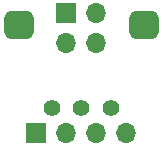
<source format=gbr>
%TF.GenerationSoftware,KiCad,Pcbnew,(6.0.2-0)*%
%TF.CreationDate,2022-02-21T15:14:00+09:00*%
%TF.ProjectId,PodForBreadboard,506f6446-6f72-4427-9265-6164626f6172,rev?*%
%TF.SameCoordinates,Original*%
%TF.FileFunction,Soldermask,Top*%
%TF.FilePolarity,Negative*%
%FSLAX46Y46*%
G04 Gerber Fmt 4.6, Leading zero omitted, Abs format (unit mm)*
G04 Created by KiCad (PCBNEW (6.0.2-0)) date 2022-02-21 15:14:00*
%MOMM*%
%LPD*%
G01*
G04 APERTURE LIST*
G04 Aperture macros list*
%AMRoundRect*
0 Rectangle with rounded corners*
0 $1 Rounding radius*
0 $2 $3 $4 $5 $6 $7 $8 $9 X,Y pos of 4 corners*
0 Add a 4 corners polygon primitive as box body*
4,1,4,$2,$3,$4,$5,$6,$7,$8,$9,$2,$3,0*
0 Add four circle primitives for the rounded corners*
1,1,$1+$1,$2,$3*
1,1,$1+$1,$4,$5*
1,1,$1+$1,$6,$7*
1,1,$1+$1,$8,$9*
0 Add four rect primitives between the rounded corners*
20,1,$1+$1,$2,$3,$4,$5,0*
20,1,$1+$1,$4,$5,$6,$7,0*
20,1,$1+$1,$6,$7,$8,$9,0*
20,1,$1+$1,$8,$9,$2,$3,0*%
G04 Aperture macros list end*
%ADD10RoundRect,0.600000X0.650000X-0.600000X0.650000X0.600000X-0.650000X0.600000X-0.650000X-0.600000X0*%
%ADD11C,1.400000*%
%ADD12R,1.700000X1.700000*%
%ADD13O,1.700000X1.700000*%
G04 APERTURE END LIST*
D10*
%TO.C,RV1*%
X102650000Y-60706000D03*
X113250000Y-60706000D03*
D11*
X105450000Y-67706000D03*
X107950000Y-67706000D03*
X110450000Y-67706000D03*
%TD*%
D12*
%TO.C,J1*%
X106675000Y-59690000D03*
D13*
X106675000Y-62230000D03*
X109215000Y-59690000D03*
X109215000Y-62230000D03*
%TD*%
D12*
%TO.C,J2*%
X104140000Y-69850000D03*
D13*
X106680000Y-69850000D03*
X109220000Y-69850000D03*
X111760000Y-69850000D03*
%TD*%
M02*

</source>
